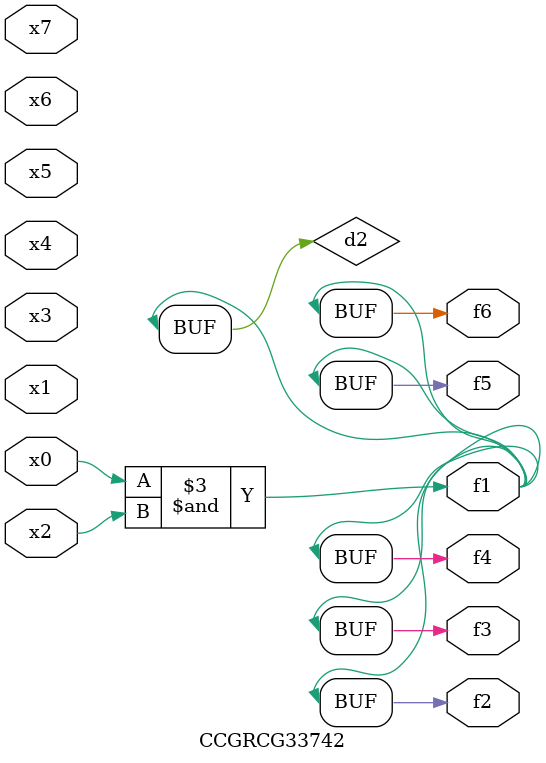
<source format=v>
module CCGRCG33742(
	input x0, x1, x2, x3, x4, x5, x6, x7,
	output f1, f2, f3, f4, f5, f6
);

	wire d1, d2;

	nor (d1, x3, x6);
	and (d2, x0, x2);
	assign f1 = d2;
	assign f2 = d2;
	assign f3 = d2;
	assign f4 = d2;
	assign f5 = d2;
	assign f6 = d2;
endmodule

</source>
